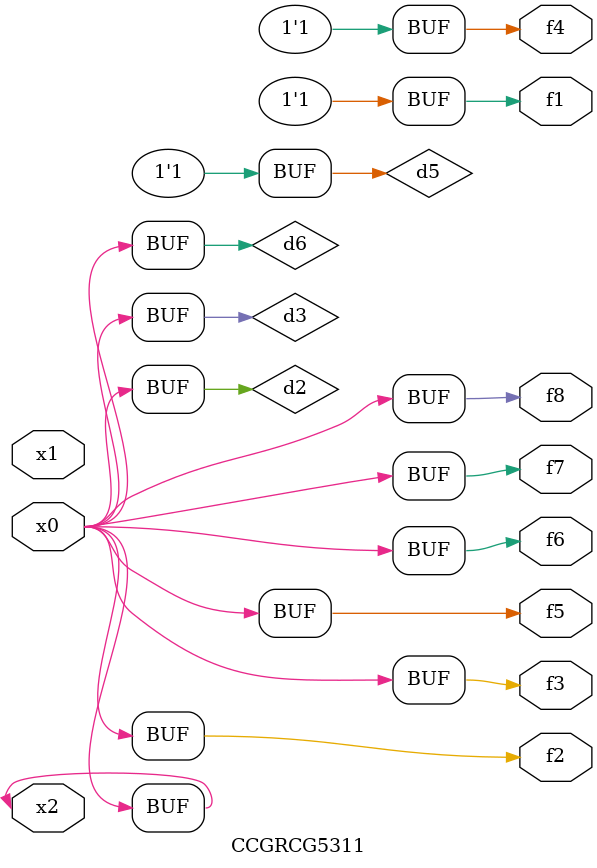
<source format=v>
module CCGRCG5311(
	input x0, x1, x2,
	output f1, f2, f3, f4, f5, f6, f7, f8
);

	wire d1, d2, d3, d4, d5, d6;

	xnor (d1, x2);
	buf (d2, x0, x2);
	and (d3, x0);
	xnor (d4, x1, x2);
	nand (d5, d1, d3);
	buf (d6, d2, d3);
	assign f1 = d5;
	assign f2 = d6;
	assign f3 = d6;
	assign f4 = d5;
	assign f5 = d6;
	assign f6 = d6;
	assign f7 = d6;
	assign f8 = d6;
endmodule

</source>
